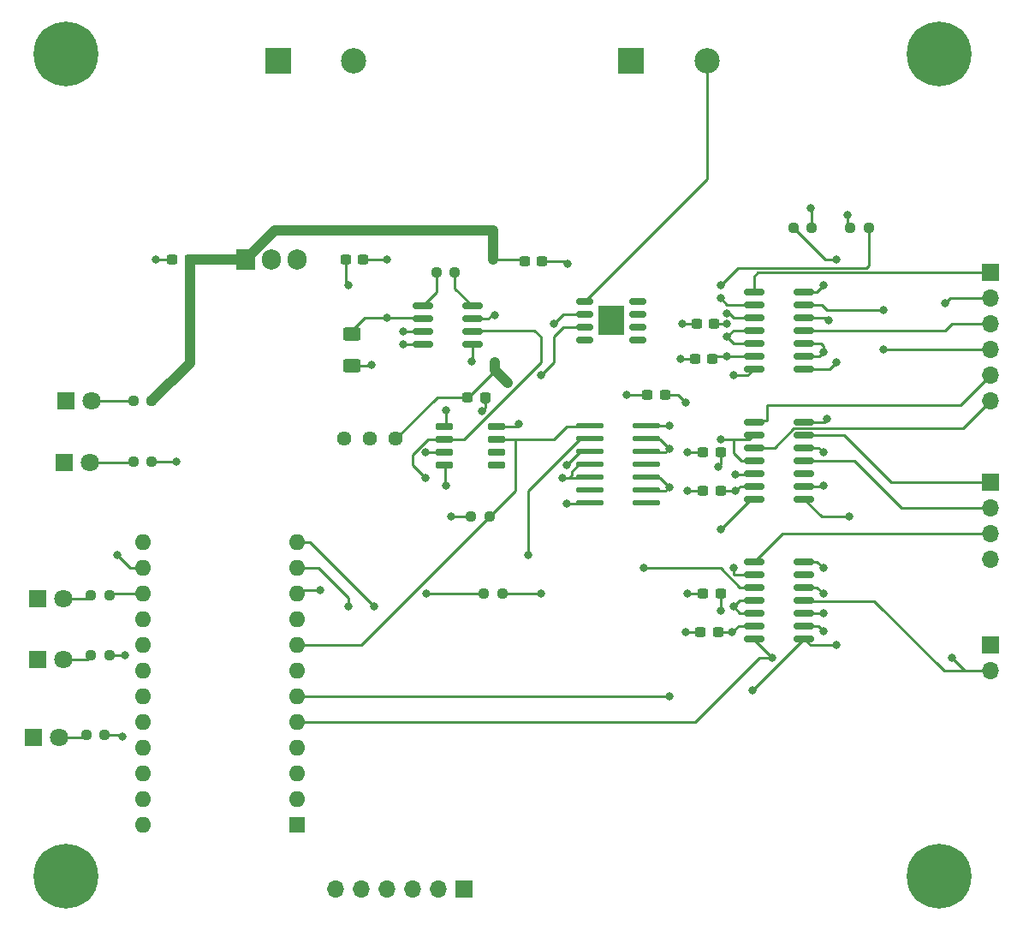
<source format=gbr>
%TF.GenerationSoftware,KiCad,Pcbnew,7.0.9-7.0.9~ubuntu22.04.1*%
%TF.CreationDate,2023-12-12T13:52:17-05:00*%
%TF.ProjectId,monitor_board,6d6f6e69-746f-4725-9f62-6f6172642e6b,rev?*%
%TF.SameCoordinates,Original*%
%TF.FileFunction,Copper,L1,Top*%
%TF.FilePolarity,Positive*%
%FSLAX46Y46*%
G04 Gerber Fmt 4.6, Leading zero omitted, Abs format (unit mm)*
G04 Created by KiCad (PCBNEW 7.0.9-7.0.9~ubuntu22.04.1) date 2023-12-12 13:52:17*
%MOMM*%
%LPD*%
G01*
G04 APERTURE LIST*
G04 Aperture macros list*
%AMRoundRect*
0 Rectangle with rounded corners*
0 $1 Rounding radius*
0 $2 $3 $4 $5 $6 $7 $8 $9 X,Y pos of 4 corners*
0 Add a 4 corners polygon primitive as box body*
4,1,4,$2,$3,$4,$5,$6,$7,$8,$9,$2,$3,0*
0 Add four circle primitives for the rounded corners*
1,1,$1+$1,$2,$3*
1,1,$1+$1,$4,$5*
1,1,$1+$1,$6,$7*
1,1,$1+$1,$8,$9*
0 Add four rect primitives between the rounded corners*
20,1,$1+$1,$2,$3,$4,$5,0*
20,1,$1+$1,$4,$5,$6,$7,0*
20,1,$1+$1,$6,$7,$8,$9,0*
20,1,$1+$1,$8,$9,$2,$3,0*%
G04 Aperture macros list end*
%TA.AperFunction,ComponentPad*%
%ADD10R,1.700000X1.700000*%
%TD*%
%TA.AperFunction,ComponentPad*%
%ADD11O,1.700000X1.700000*%
%TD*%
%TA.AperFunction,ComponentPad*%
%ADD12R,1.800000X1.800000*%
%TD*%
%TA.AperFunction,ComponentPad*%
%ADD13C,1.800000*%
%TD*%
%TA.AperFunction,SMDPad,CuDef*%
%ADD14RoundRect,0.237500X0.300000X0.237500X-0.300000X0.237500X-0.300000X-0.237500X0.300000X-0.237500X0*%
%TD*%
%TA.AperFunction,SMDPad,CuDef*%
%ADD15RoundRect,0.237500X0.250000X0.237500X-0.250000X0.237500X-0.250000X-0.237500X0.250000X-0.237500X0*%
%TD*%
%TA.AperFunction,SMDPad,CuDef*%
%ADD16RoundRect,0.237500X-0.300000X-0.237500X0.300000X-0.237500X0.300000X0.237500X-0.300000X0.237500X0*%
%TD*%
%TA.AperFunction,ComponentPad*%
%ADD17C,6.400000*%
%TD*%
%TA.AperFunction,SMDPad,CuDef*%
%ADD18RoundRect,0.237500X-0.250000X-0.237500X0.250000X-0.237500X0.250000X0.237500X-0.250000X0.237500X0*%
%TD*%
%TA.AperFunction,SMDPad,CuDef*%
%ADD19RoundRect,0.150000X-0.825000X-0.150000X0.825000X-0.150000X0.825000X0.150000X-0.825000X0.150000X0*%
%TD*%
%TA.AperFunction,SMDPad,CuDef*%
%ADD20RoundRect,0.130000X1.220000X0.130000X-1.220000X0.130000X-1.220000X-0.130000X1.220000X-0.130000X0*%
%TD*%
%TA.AperFunction,ComponentPad*%
%ADD21R,1.905000X2.000000*%
%TD*%
%TA.AperFunction,ComponentPad*%
%ADD22O,1.905000X2.000000*%
%TD*%
%TA.AperFunction,ComponentPad*%
%ADD23R,2.500000X2.500000*%
%TD*%
%TA.AperFunction,ComponentPad*%
%ADD24C,2.500000*%
%TD*%
%TA.AperFunction,ComponentPad*%
%ADD25R,1.600000X1.600000*%
%TD*%
%TA.AperFunction,ComponentPad*%
%ADD26O,1.600000X1.600000*%
%TD*%
%TA.AperFunction,SMDPad,CuDef*%
%ADD27RoundRect,0.150000X-0.675000X-0.150000X0.675000X-0.150000X0.675000X0.150000X-0.675000X0.150000X0*%
%TD*%
%TA.AperFunction,SMDPad,CuDef*%
%ADD28R,2.650000X3.000000*%
%TD*%
%TA.AperFunction,SMDPad,CuDef*%
%ADD29RoundRect,0.250000X0.625000X-0.400000X0.625000X0.400000X-0.625000X0.400000X-0.625000X-0.400000X0*%
%TD*%
%TA.AperFunction,ComponentPad*%
%ADD30C,1.440000*%
%TD*%
%TA.AperFunction,SMDPad,CuDef*%
%ADD31RoundRect,0.150000X-0.725000X-0.150000X0.725000X-0.150000X0.725000X0.150000X-0.725000X0.150000X0*%
%TD*%
%TA.AperFunction,ViaPad*%
%ADD32C,0.800000*%
%TD*%
%TA.AperFunction,Conductor*%
%ADD33C,0.250000*%
%TD*%
%TA.AperFunction,Conductor*%
%ADD34C,1.016000*%
%TD*%
G04 APERTURE END LIST*
D10*
%TO.P,J6,1,Pin_1*%
%TO.N,GND*%
X80010000Y-115570000D03*
D11*
%TO.P,J6,2,Pin_2*%
%TO.N,unconnected-(J6-Pin_2-Pad2)*%
X77470000Y-115570000D03*
%TO.P,J6,3,Pin_3*%
%TO.N,unconnected-(J6-Pin_3-Pad3)*%
X74930000Y-115570000D03*
%TO.P,J6,4,Pin_4*%
%TO.N,/RX*%
X72390000Y-115570000D03*
%TO.P,J6,5,Pin_5*%
%TO.N,/TX*%
X69850000Y-115570000D03*
%TO.P,J6,6,Pin_6*%
%TO.N,unconnected-(J6-Pin_6-Pad6)*%
X67310000Y-115570000D03*
%TD*%
D12*
%TO.P,LED3,1,K*%
%TO.N,GND*%
X37841000Y-92837000D03*
D13*
%TO.P,LED3,2,A*%
%TO.N,Net-(LED3-A)*%
X40381000Y-92837000D03*
%TD*%
D14*
%TO.P,C2,1*%
%TO.N,+5V*%
X104775000Y-59690000D03*
%TO.P,C2,2*%
%TO.N,GND*%
X103050000Y-59690000D03*
%TD*%
D12*
%TO.P,5V1,1,K*%
%TO.N,GND*%
X40513000Y-73406000D03*
D13*
%TO.P,5V1,2,A*%
%TO.N,Net-(5V1-A)*%
X43053000Y-73406000D03*
%TD*%
D15*
%TO.P,R2,1*%
%TO.N,+5V*%
X114430000Y-50165000D03*
%TO.P,R2,2*%
%TO.N,/SCL{slash}D3*%
X112605000Y-50165000D03*
%TD*%
D16*
%TO.P,C4,1*%
%TO.N,+5V*%
X68352500Y-53340000D03*
%TO.P,C4,2*%
%TO.N,GND*%
X70077500Y-53340000D03*
%TD*%
D17*
%TO.P,H8,1,1*%
%TO.N,unconnected-(H8-Pad1)*%
X127000000Y-114300000D03*
%TD*%
D12*
%TO.P,LED2,1,K*%
%TO.N,GND*%
X37460000Y-100584000D03*
D13*
%TO.P,LED2,2,A*%
%TO.N,Net-(LED2-A)*%
X40000000Y-100584000D03*
%TD*%
D14*
%TO.P,C3,1*%
%TO.N,+12V*%
X52932500Y-53340000D03*
%TO.P,C3,2*%
%TO.N,GND*%
X51207500Y-53340000D03*
%TD*%
%TO.P,C5,1*%
%TO.N,+5V*%
X105410000Y-76200000D03*
%TO.P,C5,2*%
%TO.N,GND*%
X103685000Y-76200000D03*
%TD*%
D15*
%TO.P,R8,1*%
%TO.N,+5V*%
X49149000Y-73279000D03*
%TO.P,R8,2*%
%TO.N,Net-(5V1-A)*%
X47324000Y-73279000D03*
%TD*%
D12*
%TO.P,LED1,1,K*%
%TO.N,GND*%
X37846000Y-86868000D03*
D13*
%TO.P,LED1,2,A*%
%TO.N,Net-(LED1-A)*%
X40386000Y-86868000D03*
%TD*%
D18*
%TO.P,R6,1*%
%TO.N,Net-(A1-D7)*%
X81995000Y-86360000D03*
%TO.P,R6,2*%
%TO.N,/ADC10*%
X83820000Y-86360000D03*
%TD*%
%TO.P,R3,1*%
%TO.N,+5V*%
X118240000Y-50165000D03*
%TO.P,R3,2*%
%TO.N,/SDA{slash}D2*%
X120065000Y-50165000D03*
%TD*%
D19*
%TO.P,U8,1,CH1+*%
%TO.N,/ADC8*%
X108715000Y-83185000D03*
%TO.P,U8,2,CH1-*%
%TO.N,GND*%
X108715000Y-84455000D03*
%TO.P,U8,3,CH2+*%
%TO.N,/ADC9*%
X108715000Y-85725000D03*
%TO.P,U8,4,CH2-*%
%TO.N,GND*%
X108715000Y-86995000D03*
%TO.P,U8,5,VSS*%
X108715000Y-88265000D03*
%TO.P,U8,6,VDD*%
%TO.N,+5V*%
X108715000Y-89535000D03*
%TO.P,U8,7,SDA*%
%TO.N,/SDA{slash}D2*%
X108715000Y-90805000D03*
%TO.P,U8,8,SCL*%
%TO.N,/SCL{slash}D3*%
X113665000Y-90805000D03*
%TO.P,U8,9,Adr0*%
%TO.N,GND*%
X113665000Y-89535000D03*
%TO.P,U8,10,Adr1*%
%TO.N,+5V*%
X113665000Y-88265000D03*
%TO.P,U8,11,CH3+*%
%TO.N,/ADC10*%
X113665000Y-86995000D03*
%TO.P,U8,12,CH3-*%
%TO.N,GND*%
X113665000Y-85725000D03*
%TO.P,U8,13,CH4+*%
%TO.N,/ADC11*%
X113665000Y-84455000D03*
%TO.P,U8,14,CH4-*%
%TO.N,GND*%
X113665000Y-83185000D03*
%TD*%
D14*
%TO.P,C8,1*%
%TO.N,+5V*%
X105410000Y-86360000D03*
%TO.P,C8,2*%
%TO.N,GND*%
X103685000Y-86360000D03*
%TD*%
D18*
%TO.P,R4,1*%
%TO.N,Net-(R4-Pad1)*%
X77319500Y-54610000D03*
%TO.P,R4,2*%
%TO.N,Net-(R4-Pad2)*%
X79144500Y-54610000D03*
%TD*%
D14*
%TO.P,C7,1*%
%TO.N,+5V*%
X105156000Y-90170000D03*
%TO.P,C7,2*%
%TO.N,GND*%
X103431000Y-90170000D03*
%TD*%
D17*
%TO.P,H6,1,1*%
%TO.N,unconnected-(H6-Pad1)*%
X127000000Y-33020000D03*
%TD*%
D19*
%TO.P,U1,1,CH1+*%
%TO.N,/ADC0*%
X108715000Y-56515000D03*
%TO.P,U1,2,CH1-*%
%TO.N,GND*%
X108715000Y-57785000D03*
%TO.P,U1,3,CH2+*%
%TO.N,/ADC1*%
X108715000Y-59055000D03*
%TO.P,U1,4,CH2-*%
%TO.N,GND*%
X108715000Y-60325000D03*
%TO.P,U1,5,VSS*%
X108715000Y-61595000D03*
%TO.P,U1,6,VDD*%
%TO.N,+5V*%
X108715000Y-62865000D03*
%TO.P,U1,7,SDA*%
%TO.N,/SDA{slash}D2*%
X108715000Y-64135000D03*
%TO.P,U1,8,SCL*%
%TO.N,/SCL{slash}D3*%
X113665000Y-64135000D03*
%TO.P,U1,9,Adr0*%
%TO.N,GND*%
X113665000Y-62865000D03*
%TO.P,U1,10,Adr1*%
X113665000Y-61595000D03*
%TO.P,U1,11,CH3+*%
%TO.N,/ADC2*%
X113665000Y-60325000D03*
%TO.P,U1,12,CH3-*%
%TO.N,GND*%
X113665000Y-59055000D03*
%TO.P,U1,13,CH4+*%
%TO.N,/ADC3*%
X113665000Y-57785000D03*
%TO.P,U1,14,CH4-*%
%TO.N,GND*%
X113665000Y-56515000D03*
%TD*%
D15*
%TO.P,R7,1*%
%TO.N,+12V*%
X49172500Y-67310000D03*
%TO.P,R7,2*%
%TO.N,Net-(12V1-A)*%
X47347500Y-67310000D03*
%TD*%
D20*
%TO.P,U6,1*%
%TO.N,/CH_A*%
X92444000Y-69723000D03*
%TO.P,U6,2*%
%TO.N,/IN_ADR*%
X92444000Y-70993000D03*
%TO.P,U6,3*%
%TO.N,Net-(Q1-G)*%
X92444000Y-72263000D03*
%TO.P,U6,4*%
%TO.N,GND*%
X92444000Y-73533000D03*
%TO.P,U6,5*%
X92444000Y-74803000D03*
%TO.P,U6,6*%
%TO.N,unconnected-(U6-Pad6)*%
X92444000Y-76073000D03*
%TO.P,U6,7,GND*%
%TO.N,GND*%
X92444000Y-77343000D03*
%TO.P,U6,8*%
%TO.N,unconnected-(U6-Pad8)*%
X98044000Y-77343000D03*
%TO.P,U6,9*%
%TO.N,GND*%
X98044000Y-76073000D03*
%TO.P,U6,10*%
X98044000Y-74803000D03*
%TO.P,U6,11*%
%TO.N,unconnected-(U6-Pad11)*%
X98044000Y-73533000D03*
%TO.P,U6,12*%
%TO.N,GND*%
X98044000Y-72263000D03*
%TO.P,U6,13*%
X98044000Y-70993000D03*
%TO.P,U6,14,VCC*%
%TO.N,+5V*%
X98044000Y-69723000D03*
%TD*%
D15*
%TO.P,R10,1*%
%TO.N,Net-(A1-D6)*%
X44958000Y-92456000D03*
%TO.P,R10,2*%
%TO.N,Net-(LED3-A)*%
X43133000Y-92456000D03*
%TD*%
D12*
%TO.P,12V1,1,K*%
%TO.N,GND*%
X40640000Y-67310000D03*
D13*
%TO.P,12V1,2,A*%
%TO.N,Net-(12V1-A)*%
X43180000Y-67310000D03*
%TD*%
D10*
%TO.P,J1,1,Pin_1*%
%TO.N,/ADC6*%
X132080000Y-75311000D03*
D11*
%TO.P,J1,2,Pin_2*%
%TO.N,/ADC7*%
X132080000Y-77851000D03*
%TO.P,J1,3,Pin_3*%
%TO.N,/ADC8*%
X132080000Y-80391000D03*
%TO.P,J1,4,Pin_4*%
%TO.N,GND*%
X132080000Y-82931000D03*
%TD*%
D21*
%TO.P,U3,1,VI*%
%TO.N,+12V*%
X58420000Y-53340000D03*
D22*
%TO.P,U3,2,GND*%
%TO.N,GND*%
X60960000Y-53340000D03*
%TO.P,U3,3,VO*%
%TO.N,+5V*%
X63500000Y-53340000D03*
%TD*%
D16*
%TO.P,C10,1*%
%TO.N,+12V*%
X80417500Y-66929000D03*
%TO.P,C10,2*%
%TO.N,GND*%
X82142500Y-66929000D03*
%TD*%
D14*
%TO.P,C1,1*%
%TO.N,+5V*%
X104595000Y-63119000D03*
%TO.P,C1,2*%
%TO.N,GND*%
X102870000Y-63119000D03*
%TD*%
D23*
%TO.P,J2,1,Pin_1*%
%TO.N,GND*%
X96580000Y-33655000D03*
D24*
%TO.P,J2,2,Pin_2*%
%TO.N,Net-(J2-Pin_2)*%
X104080000Y-33655000D03*
%TD*%
D10*
%TO.P,J5,1,Pin_1*%
%TO.N,GND*%
X132080000Y-91440000D03*
D11*
%TO.P,J5,2,Pin_2*%
%TO.N,/ADC10*%
X132080000Y-93980000D03*
%TD*%
D14*
%TO.P,C6,1*%
%TO.N,+5V*%
X105410000Y-72390000D03*
%TO.P,C6,2*%
%TO.N,GND*%
X103685000Y-72390000D03*
%TD*%
%TO.P,C11,1*%
%TO.N,GND*%
X99922500Y-66675000D03*
%TO.P,C11,2*%
%TO.N,+5V*%
X98197500Y-66675000D03*
%TD*%
D16*
%TO.P,C9,1*%
%TO.N,+12V*%
X86032000Y-53467000D03*
%TO.P,C9,2*%
%TO.N,GND*%
X87757000Y-53467000D03*
%TD*%
D25*
%TO.P,A1,1,D1/TX*%
%TO.N,unconnected-(A1-D1{slash}TX-Pad1)*%
X63505000Y-109225000D03*
D26*
%TO.P,A1,2,D0/RX*%
%TO.N,unconnected-(A1-D0{slash}RX-Pad2)*%
X63505000Y-106685000D03*
%TO.P,A1,3,GND*%
%TO.N,unconnected-(A1-GND-Pad3)*%
X63505000Y-104145000D03*
%TO.P,A1,4,GND*%
%TO.N,GND*%
X63505000Y-101605000D03*
%TO.P,A1,5,D2*%
%TO.N,/SDA{slash}D2*%
X63505000Y-99065000D03*
%TO.P,A1,6,D3*%
%TO.N,/SCL{slash}D3*%
X63505000Y-96525000D03*
%TO.P,A1,7,D4*%
%TO.N,Net-(A1-D4)*%
X63505000Y-93985000D03*
%TO.P,A1,8,D5*%
%TO.N,/CH_A*%
X63505000Y-91445000D03*
%TO.P,A1,9,D6*%
%TO.N,Net-(A1-D6)*%
X63505000Y-88905000D03*
%TO.P,A1,10,D7*%
%TO.N,Net-(A1-D7)*%
X63505000Y-86365000D03*
%TO.P,A1,11,D8*%
%TO.N,/TX*%
X63505000Y-83825000D03*
%TO.P,A1,12,D9*%
%TO.N,/RX*%
X63505000Y-81285000D03*
%TO.P,A1,13,D10*%
%TO.N,unconnected-(A1-D10-Pad13)*%
X48265000Y-81285000D03*
%TO.P,A1,14,D16*%
%TO.N,/IN_ADR*%
X48265000Y-83825000D03*
%TO.P,A1,15,D14*%
%TO.N,Net-(A1-D14)*%
X48265000Y-86365000D03*
%TO.P,A1,16,D15*%
%TO.N,unconnected-(A1-D15-Pad16)*%
X48265000Y-88905000D03*
%TO.P,A1,17,A0*%
%TO.N,unconnected-(A1-A0-Pad17)*%
X48265000Y-91445000D03*
%TO.P,A1,18,A1*%
%TO.N,unconnected-(A1-A1-Pad18)*%
X48265000Y-93985000D03*
%TO.P,A1,19,A2*%
%TO.N,unconnected-(A1-A2-Pad19)*%
X48265000Y-96525000D03*
%TO.P,A1,20,A3*%
%TO.N,unconnected-(A1-A3-Pad20)*%
X48265000Y-99065000D03*
%TO.P,A1,21,+5V*%
%TO.N,+5V*%
X48265000Y-101605000D03*
%TO.P,A1,22,~{RESET}*%
%TO.N,unconnected-(A1-~{RESET}-Pad22)*%
X48265000Y-104145000D03*
%TO.P,A1,23,GND*%
%TO.N,GND*%
X48265000Y-106685000D03*
%TO.P,A1,24*%
%TO.N,N/C*%
X48265000Y-109225000D03*
%TD*%
D18*
%TO.P,R5,1*%
%TO.N,+5V*%
X80725000Y-78740000D03*
%TO.P,R5,2*%
%TO.N,/CH_A*%
X82550000Y-78740000D03*
%TD*%
D23*
%TO.P,J4,1,Pin_1*%
%TO.N,GND*%
X61655000Y-33655000D03*
D24*
%TO.P,J4,2,Pin_2*%
%TO.N,+12V*%
X69155000Y-33655000D03*
%TD*%
D27*
%TO.P,Q1,1,D*%
%TO.N,Net-(J2-Pin_2)*%
X91990000Y-57460000D03*
%TO.P,Q1,2,G*%
%TO.N,Net-(Q1-G)*%
X91990000Y-58730000D03*
%TO.P,Q1,3,S*%
%TO.N,/RT0*%
X91990000Y-60000000D03*
%TO.P,Q1,4*%
%TO.N,N/C*%
X91990000Y-61270000D03*
%TO.P,Q1,5*%
X97240000Y-61270000D03*
%TO.P,Q1,6*%
X97240000Y-60000000D03*
%TO.P,Q1,7*%
X97240000Y-58730000D03*
%TO.P,Q1,8*%
X97240000Y-57460000D03*
D28*
%TO.P,Q1,9*%
X94615000Y-59365000D03*
%TD*%
D29*
%TO.P,R1,1*%
%TO.N,+5V*%
X68961000Y-63780000D03*
%TO.P,R1,2*%
%TO.N,/RT0*%
X68961000Y-60680000D03*
%TD*%
D19*
%TO.P,U5,1,CH1+*%
%TO.N,/ADC4*%
X108715000Y-69365000D03*
%TO.P,U5,2,CH1-*%
%TO.N,GND*%
X108715000Y-70635000D03*
%TO.P,U5,3,CH2+*%
%TO.N,/ADC5*%
X108715000Y-71905000D03*
%TO.P,U5,4,CH2-*%
%TO.N,GND*%
X108715000Y-73175000D03*
%TO.P,U5,5,VSS*%
X108715000Y-74445000D03*
%TO.P,U5,6,VDD*%
%TO.N,+5V*%
X108715000Y-75715000D03*
%TO.P,U5,7,SDA*%
%TO.N,/SDA{slash}D2*%
X108715000Y-76985000D03*
%TO.P,U5,8,SCL*%
%TO.N,/SCL{slash}D3*%
X113665000Y-76985000D03*
%TO.P,U5,9,Adr0*%
%TO.N,GND*%
X113665000Y-75715000D03*
%TO.P,U5,10,Adr1*%
%TO.N,unconnected-(U5-Adr1-Pad10)*%
X113665000Y-74445000D03*
%TO.P,U5,11,CH3+*%
%TO.N,/ADC7*%
X113665000Y-73175000D03*
%TO.P,U5,12,CH3-*%
%TO.N,GND*%
X113665000Y-71905000D03*
%TO.P,U5,13,CH4+*%
%TO.N,/ADC6*%
X113665000Y-70635000D03*
%TO.P,U5,14,CH4-*%
%TO.N,GND*%
X113665000Y-69365000D03*
%TD*%
D17*
%TO.P,H5,1,1*%
%TO.N,unconnected-(H5-Pad1)*%
X40640000Y-33020000D03*
%TD*%
%TO.P,H7,1,1*%
%TO.N,unconnected-(H7-Pad1)*%
X40640000Y-114300000D03*
%TD*%
D18*
%TO.P,R9,1*%
%TO.N,Net-(LED1-A)*%
X43133000Y-86487000D03*
%TO.P,R9,2*%
%TO.N,Net-(A1-D14)*%
X44958000Y-86487000D03*
%TD*%
D19*
%TO.P,U2,1,Rg*%
%TO.N,Net-(R4-Pad1)*%
X75946000Y-57912000D03*
%TO.P,U2,2,-*%
%TO.N,/RT0*%
X75946000Y-59182000D03*
%TO.P,U2,3,+*%
%TO.N,+5V*%
X75946000Y-60452000D03*
%TO.P,U2,4,Vs-*%
%TO.N,GND*%
X75946000Y-61722000D03*
%TO.P,U2,5,Ref*%
X80896000Y-61722000D03*
%TO.P,U2,6*%
%TO.N,/ADC9*%
X80896000Y-60452000D03*
%TO.P,U2,7,Vs+*%
%TO.N,+12V*%
X80896000Y-59182000D03*
%TO.P,U2,8,Rg*%
%TO.N,Net-(R4-Pad2)*%
X80896000Y-57912000D03*
%TD*%
D15*
%TO.P,R11,1*%
%TO.N,Net-(A1-D4)*%
X44497000Y-100330000D03*
%TO.P,R11,2*%
%TO.N,Net-(LED2-A)*%
X42672000Y-100330000D03*
%TD*%
D10*
%TO.P,J3,1,Pin_1*%
%TO.N,/ADC0*%
X132080000Y-54610000D03*
D11*
%TO.P,J3,2,Pin_2*%
%TO.N,/ADC1*%
X132080000Y-57150000D03*
%TO.P,J3,3,Pin_3*%
%TO.N,/ADC2*%
X132080000Y-59690000D03*
%TO.P,J3,4,Pin_4*%
%TO.N,/ADC3*%
X132080000Y-62230000D03*
%TO.P,J3,5,Pin_5*%
%TO.N,/ADC4*%
X132080000Y-64770000D03*
%TO.P,J3,6,Pin_6*%
%TO.N,/ADC5*%
X132080000Y-67310000D03*
%TD*%
D30*
%TO.P,RV1,1,1*%
%TO.N,+12V*%
X73279000Y-71045000D03*
%TO.P,RV1,2,2*%
%TO.N,Net-(U4--)*%
X70739000Y-71045000D03*
%TO.P,RV1,3,3*%
%TO.N,GND*%
X68199000Y-71045000D03*
%TD*%
D31*
%TO.P,U4,1,GND*%
%TO.N,GND*%
X78070000Y-69850000D03*
%TO.P,U4,2,+*%
%TO.N,/ADC9*%
X78070000Y-71120000D03*
%TO.P,U4,3,-*%
%TO.N,Net-(U4--)*%
X78070000Y-72390000D03*
%TO.P,U4,4,V-*%
%TO.N,GND*%
X78070000Y-73660000D03*
%TO.P,U4,5,BAL*%
%TO.N,unconnected-(U4-BAL-Pad5)*%
X83220000Y-73660000D03*
%TO.P,U4,6,STRB*%
%TO.N,unconnected-(U4-STRB-Pad6)*%
X83220000Y-72390000D03*
%TO.P,U4,7*%
%TO.N,/CH_A*%
X83220000Y-71120000D03*
%TO.P,U4,8,V+*%
%TO.N,+12V*%
X83220000Y-69850000D03*
%TD*%
D32*
%TO.N,/TX*%
X68580000Y-87630000D03*
%TO.N,/RX*%
X71120000Y-87630000D03*
%TO.N,GND*%
X78232000Y-68199000D03*
X101981000Y-90170000D03*
X102108000Y-76200000D03*
X101600000Y-59690000D03*
X100330000Y-75819000D03*
X115570000Y-90043000D03*
X89789000Y-74930000D03*
X115570000Y-86360000D03*
X106045500Y-60960000D03*
X116115500Y-59309000D03*
X72390000Y-53340000D03*
X90297000Y-53721000D03*
X90170000Y-77470000D03*
X105410000Y-71120000D03*
X115570000Y-55880000D03*
X100330000Y-72009000D03*
X115570000Y-72390000D03*
X78232000Y-75654500D03*
X106680000Y-83820000D03*
X101473000Y-63119000D03*
X81847201Y-68258201D03*
X106896500Y-74549000D03*
X115570000Y-62484000D03*
X105410000Y-57150000D03*
X101981000Y-67437000D03*
X115570000Y-83820000D03*
X115951000Y-69088000D03*
X106680000Y-87630000D03*
X102108000Y-72390000D03*
X102108000Y-86360000D03*
X80772000Y-63373000D03*
X115570000Y-75692000D03*
X74041000Y-61722000D03*
X49530000Y-53340000D03*
%TO.N,/SDA{slash}D2*%
X106680000Y-64770000D03*
X105410000Y-80010000D03*
X110490000Y-92710000D03*
X105410000Y-55880000D03*
%TO.N,/SCL{slash}D3*%
X108585000Y-95885000D03*
X118110000Y-78740000D03*
X116840000Y-53340000D03*
X116840000Y-91440000D03*
X116840000Y-63500000D03*
X100330000Y-96520000D03*
%TO.N,Net-(A1-D4)*%
X46228000Y-100457000D03*
%TO.N,Net-(A1-D6)*%
X46482000Y-92456000D03*
%TO.N,Net-(A1-D7)*%
X65786000Y-85979000D03*
X76327000Y-86360000D03*
%TO.N,/IN_ADR*%
X45720000Y-82550000D03*
X86360000Y-82550000D03*
%TO.N,+5V*%
X106896500Y-76200000D03*
X74041000Y-60452000D03*
X96139000Y-66675000D03*
X106045000Y-59690000D03*
X105156000Y-73787000D03*
X78740000Y-78740000D03*
X106045000Y-62865000D03*
X117983000Y-48895000D03*
X105410000Y-88011000D03*
X114300000Y-48260000D03*
X106553000Y-90170000D03*
X51562000Y-73279000D03*
X100330000Y-69723000D03*
X70866000Y-63754000D03*
X68580000Y-55880000D03*
X115570000Y-88265000D03*
%TO.N,+12V*%
X84328000Y-65494500D03*
X83058000Y-58801000D03*
X82931000Y-53340000D03*
X85471000Y-69596000D03*
X83058000Y-63500000D03*
%TO.N,/ADC1*%
X127635000Y-57658000D03*
X106045500Y-58674000D03*
%TO.N,/ADC3*%
X121539000Y-62230000D03*
X121539000Y-58293000D03*
%TO.N,/ADC10*%
X128270000Y-92710000D03*
X87630000Y-86360000D03*
%TO.N,Net-(Q1-G)*%
X88900000Y-59690000D03*
X90170000Y-73660000D03*
%TO.N,/RT0*%
X87630000Y-64770000D03*
X72390000Y-59055000D03*
%TO.N,Net-(U4--)*%
X76200000Y-72390000D03*
%TO.N,/ADC9*%
X76200000Y-74930000D03*
X97790000Y-83820000D03*
%TD*%
D33*
%TO.N,/TX*%
X63505000Y-83825000D02*
X65626321Y-83825000D01*
X65626321Y-83825000D02*
X68580000Y-86778679D01*
X68580000Y-86778679D02*
X68580000Y-87630000D01*
%TO.N,/RX*%
X63505000Y-81285000D02*
X64775000Y-81285000D01*
X64775000Y-81285000D02*
X71120000Y-87630000D01*
%TO.N,/SCL{slash}D3*%
X63505000Y-96525000D02*
X100325000Y-96525000D01*
X100325000Y-96525000D02*
X100330000Y-96520000D01*
%TO.N,/SDA{slash}D2*%
X63505000Y-99065000D02*
X102865000Y-99065000D01*
X102865000Y-99065000D02*
X109220000Y-92710000D01*
X109220000Y-92710000D02*
X110490000Y-92710000D01*
%TO.N,GND*%
X115570000Y-62484000D02*
X115570000Y-61849000D01*
X80896000Y-63249000D02*
X80772000Y-63373000D01*
X103685000Y-90170000D02*
X101981000Y-90170000D01*
X106045000Y-57785000D02*
X105410000Y-57150000D01*
X78232000Y-68199000D02*
X78232000Y-69788000D01*
X92205000Y-77470000D02*
X90170000Y-77470000D01*
X103685000Y-76200000D02*
X102108000Y-76200000D01*
X90678000Y-74295000D02*
X91313000Y-73660000D01*
X97155000Y-76200000D02*
X98679000Y-76200000D01*
X115085000Y-71905000D02*
X115570000Y-72390000D01*
X101219000Y-66675000D02*
X101981000Y-67437000D01*
X78170000Y-73660000D02*
X78170000Y-75592500D01*
X99949000Y-72390000D02*
X100330000Y-72009000D01*
X106681396Y-84455000D02*
X106680000Y-84453604D01*
X98050000Y-76200000D02*
X99949000Y-76200000D01*
X98050000Y-72390000D02*
X99949000Y-72390000D01*
X113665000Y-69365000D02*
X115674000Y-69365000D01*
X106727500Y-71167500D02*
X106680000Y-71120000D01*
X82169000Y-67936402D02*
X81847201Y-68258201D01*
X113665000Y-75715000D02*
X115547000Y-75715000D01*
X106727500Y-72437500D02*
X106727500Y-71167500D01*
X114935000Y-83185000D02*
X115570000Y-83820000D01*
X97155000Y-71120000D02*
X98679000Y-71120000D01*
X115547000Y-75715000D02*
X115570000Y-75692000D01*
X87757000Y-53467000D02*
X90043000Y-53467000D01*
X114935000Y-85725000D02*
X115570000Y-86360000D01*
X106680500Y-60325000D02*
X106045500Y-60960000D01*
X103050000Y-59690000D02*
X101600000Y-59690000D01*
X102870000Y-63119000D02*
X101473000Y-63119000D01*
X97917000Y-71120000D02*
X97155000Y-71120000D01*
X78170000Y-75592500D02*
X78232000Y-75654500D01*
X113665000Y-89535000D02*
X115062000Y-89535000D01*
X115189000Y-62865000D02*
X115570000Y-62484000D01*
X108715000Y-74445000D02*
X108611000Y-74549000D01*
X91313000Y-73660000D02*
X92205000Y-73660000D01*
X99922500Y-66675000D02*
X101219000Y-66675000D01*
X113665000Y-71905000D02*
X115085000Y-71905000D01*
X108715000Y-73175000D02*
X107465000Y-73175000D01*
X108715000Y-57785000D02*
X106045000Y-57785000D01*
X82169000Y-66929000D02*
X82169000Y-67936402D01*
X115674000Y-69365000D02*
X115951000Y-69088000D01*
X113665000Y-56515000D02*
X113288249Y-56515000D01*
X108715000Y-86995000D02*
X107315000Y-86995000D01*
X108715000Y-88265000D02*
X107315000Y-88265000D01*
X113665000Y-69365000D02*
X113840000Y-69540000D01*
X97155000Y-74930000D02*
X98679000Y-74930000D01*
X115861500Y-59055000D02*
X116115500Y-59309000D01*
X107315000Y-86995000D02*
X106680000Y-87630000D01*
X113665000Y-62865000D02*
X115189000Y-62865000D01*
X90421000Y-74930000D02*
X90678000Y-74673000D01*
X99441000Y-71120000D02*
X98050000Y-71120000D01*
X90043000Y-53467000D02*
X90297000Y-53721000D01*
X89789000Y-74930000D02*
X90421000Y-74930000D01*
X107465000Y-73175000D02*
X106727500Y-72437500D01*
X100330000Y-72009000D02*
X99441000Y-71120000D01*
X108230000Y-71120000D02*
X106680000Y-71120000D01*
X70077500Y-53340000D02*
X72390000Y-53340000D01*
X103685000Y-72390000D02*
X102108000Y-72390000D01*
X108715000Y-60325000D02*
X106680500Y-60325000D01*
X99441000Y-74930000D02*
X100330000Y-75819000D01*
X97155000Y-72390000D02*
X98679000Y-72390000D01*
X80896000Y-61722000D02*
X80896000Y-63249000D01*
X115316000Y-61595000D02*
X113665000Y-61595000D01*
X108611000Y-74549000D02*
X106896500Y-74549000D01*
X114935000Y-56515000D02*
X115570000Y-55880000D01*
X113665000Y-83185000D02*
X114935000Y-83185000D01*
X78232000Y-69788000D02*
X78170000Y-69850000D01*
D34*
X82169000Y-66929000D02*
X82169000Y-67078639D01*
D33*
X108715000Y-61595000D02*
X106680500Y-61595000D01*
X115570000Y-61849000D02*
X115316000Y-61595000D01*
X98050000Y-74930000D02*
X99441000Y-74930000D01*
X92205000Y-74930000D02*
X89789000Y-74930000D01*
X106680000Y-84453604D02*
X106680000Y-83820000D01*
X106680000Y-71120000D02*
X105410000Y-71120000D01*
X115062000Y-89535000D02*
X115570000Y-90043000D01*
X108715000Y-84455000D02*
X106681396Y-84455000D01*
X113665000Y-69365000D02*
X113815000Y-69215000D01*
X99949000Y-76200000D02*
X100330000Y-75819000D01*
X107315000Y-88265000D02*
X106680000Y-87630000D01*
X113665000Y-85725000D02*
X114935000Y-85725000D01*
X113665000Y-56515000D02*
X114935000Y-56515000D01*
X90678000Y-74673000D02*
X90678000Y-74295000D01*
X106680500Y-61595000D02*
X106045500Y-60960000D01*
X108715000Y-60325000D02*
X108338249Y-60325000D01*
X103685000Y-86360000D02*
X102108000Y-86360000D01*
X51207500Y-53340000D02*
X49530000Y-53340000D01*
X75946000Y-61722000D02*
X74041000Y-61722000D01*
X108715000Y-70635000D02*
X108230000Y-71120000D01*
X113665000Y-59055000D02*
X115861500Y-59055000D01*
%TO.N,/SDA{slash}D2*%
X106680000Y-64770000D02*
X108080000Y-64770000D01*
X108435000Y-76985000D02*
X105410000Y-80010000D01*
X108715000Y-90935000D02*
X108715000Y-90805000D01*
X108080000Y-64770000D02*
X108715000Y-64135000D01*
X120065000Y-53925000D02*
X119830000Y-54160000D01*
X110490000Y-92710000D02*
X108715000Y-90935000D01*
X119830000Y-54160000D02*
X107130000Y-54160000D01*
X107130000Y-54160000D02*
X105410000Y-55880000D01*
X108715000Y-76985000D02*
X108435000Y-76985000D01*
X120065000Y-50165000D02*
X120065000Y-53925000D01*
%TO.N,/SCL{slash}D3*%
X116840000Y-91440000D02*
X114300000Y-91440000D01*
X116840000Y-63500000D02*
X116205000Y-64135000D01*
X115780000Y-53340000D02*
X116840000Y-53340000D01*
X113665000Y-76985000D02*
X115420000Y-78740000D01*
X112605000Y-50165000D02*
X112605000Y-50375000D01*
X116205000Y-64135000D02*
X113665000Y-64135000D01*
X112605000Y-50165000D02*
X115780000Y-53340000D01*
X115420000Y-78740000D02*
X118110000Y-78740000D01*
X114300000Y-91440000D02*
X113665000Y-90805000D01*
X113665000Y-90805000D02*
X108585000Y-95885000D01*
%TO.N,Net-(A1-D4)*%
X63637000Y-93853000D02*
X63505000Y-93985000D01*
X44497000Y-100330000D02*
X46101000Y-100330000D01*
X46101000Y-100330000D02*
X46228000Y-100457000D01*
%TO.N,/CH_A*%
X69845000Y-91445000D02*
X63505000Y-91445000D01*
X83120000Y-71120000D02*
X85090000Y-71120000D01*
X82550000Y-78740000D02*
X85090000Y-76200000D01*
X85090000Y-76200000D02*
X85090000Y-71120000D01*
X90170000Y-69850000D02*
X92317000Y-69850000D01*
X82550000Y-78740000D02*
X69845000Y-91445000D01*
X85090000Y-71120000D02*
X88900000Y-71120000D01*
X88900000Y-71120000D02*
X90170000Y-69850000D01*
X92317000Y-69850000D02*
X92444000Y-69723000D01*
%TO.N,Net-(A1-D6)*%
X46482000Y-92456000D02*
X44958000Y-92456000D01*
%TO.N,Net-(A1-D7)*%
X76200000Y-86360000D02*
X76327000Y-86360000D01*
X65786000Y-85979000D02*
X63891000Y-85979000D01*
X76200000Y-86360000D02*
X81995000Y-86360000D01*
X63891000Y-85979000D02*
X63505000Y-86365000D01*
%TO.N,/IN_ADR*%
X92450000Y-71120000D02*
X91452994Y-71120000D01*
X46995000Y-83825000D02*
X48265000Y-83825000D01*
X45720000Y-82550000D02*
X46995000Y-83825000D01*
X91452995Y-71120000D02*
X91382997Y-71189997D01*
X91382997Y-71189997D02*
X86360000Y-76212995D01*
X92205000Y-71120000D02*
X91452995Y-71120000D01*
X86360000Y-76212995D02*
X86360000Y-82550000D01*
X92444000Y-70993000D02*
X91579995Y-70993000D01*
X91579995Y-70993000D02*
X91452995Y-71120000D01*
X91452994Y-71120000D02*
X91382997Y-71189997D01*
%TO.N,Net-(A1-D14)*%
X45080000Y-86365000D02*
X48265000Y-86365000D01*
X44958000Y-86487000D02*
X45080000Y-86365000D01*
%TO.N,+5V*%
X108715000Y-62865000D02*
X106045000Y-62865000D01*
X108715000Y-89535000D02*
X107188000Y-89535000D01*
X114430000Y-48390000D02*
X114300000Y-48260000D01*
X104775000Y-59690000D02*
X106045000Y-59690000D01*
X68352500Y-53340000D02*
X68352500Y-55652500D01*
X98044000Y-69723000D02*
X100330000Y-69723000D01*
X107381500Y-75715000D02*
X106896500Y-76200000D01*
X105410000Y-73533000D02*
X105156000Y-73787000D01*
X107188000Y-89535000D02*
X106553000Y-90170000D01*
X105410000Y-76200000D02*
X106896500Y-76200000D01*
X105410000Y-72390000D02*
X105410000Y-73533000D01*
X117983000Y-48895000D02*
X117983000Y-49908000D01*
X49149000Y-73279000D02*
X51562000Y-73279000D01*
X104595000Y-62865000D02*
X106045000Y-62865000D01*
X105410000Y-90170000D02*
X106553000Y-90170000D01*
X68860000Y-63500000D02*
X68580000Y-63780000D01*
X105410000Y-86360000D02*
X105410000Y-88011000D01*
X80725000Y-78740000D02*
X78740000Y-78740000D01*
X108715000Y-75715000D02*
X107381500Y-75715000D01*
X70840000Y-63780000D02*
X70866000Y-63754000D01*
X68961000Y-63780000D02*
X70840000Y-63780000D01*
X98197500Y-66675000D02*
X96139000Y-66675000D01*
X113665000Y-88265000D02*
X115570000Y-88265000D01*
X114430000Y-50165000D02*
X114430000Y-48390000D01*
X75946000Y-60452000D02*
X74041000Y-60452000D01*
X68352500Y-55652500D02*
X68580000Y-55880000D01*
X117983000Y-49908000D02*
X118240000Y-50165000D01*
%TO.N,+12V*%
X82804000Y-58801000D02*
X82423000Y-59182000D01*
X83058000Y-63500000D02*
X83058000Y-64315000D01*
D34*
X81915000Y-50419000D02*
X82931000Y-50419000D01*
D33*
X85217000Y-69850000D02*
X85471000Y-69596000D01*
D34*
X83058000Y-64224500D02*
X84328000Y-65494500D01*
D33*
X83058000Y-64315000D02*
X80444000Y-66929000D01*
D34*
X83058000Y-63500000D02*
X83058000Y-64224500D01*
D33*
X80444000Y-66929000D02*
X77395000Y-66929000D01*
D34*
X52932500Y-53340000D02*
X52932500Y-63550000D01*
X82931000Y-50419000D02*
X82931000Y-53340000D01*
X52932500Y-53340000D02*
X58420000Y-53340000D01*
D33*
X83058000Y-58801000D02*
X82804000Y-58801000D01*
D34*
X61341000Y-50419000D02*
X81915000Y-50419000D01*
D33*
X83120000Y-69850000D02*
X85217000Y-69850000D01*
D34*
X61341000Y-50419000D02*
X58420000Y-53340000D01*
D33*
X85905000Y-53340000D02*
X86032000Y-53467000D01*
X82423000Y-59182000D02*
X80896000Y-59182000D01*
X77395000Y-66929000D02*
X73279000Y-71045000D01*
X82931000Y-53340000D02*
X85905000Y-53340000D01*
D34*
X52932500Y-63550000D02*
X49172500Y-67310000D01*
D33*
%TO.N,/ADC6*%
X113665000Y-70635000D02*
X117625000Y-70635000D01*
X122301000Y-75311000D02*
X132080000Y-75311000D01*
X117625000Y-70635000D02*
X122301000Y-75311000D01*
%TO.N,/ADC7*%
X113665000Y-73175000D02*
X118641000Y-73175000D01*
X118641000Y-73175000D02*
X123317000Y-77851000D01*
X123317000Y-77851000D02*
X132080000Y-77851000D01*
%TO.N,/ADC8*%
X111509000Y-80391000D02*
X132080000Y-80391000D01*
X108715000Y-83185000D02*
X111509000Y-80391000D01*
%TO.N,/ADC0*%
X108715000Y-54988000D02*
X109093000Y-54610000D01*
X109093000Y-54610000D02*
X132080000Y-54610000D01*
X108715000Y-56515000D02*
X108715000Y-54988000D01*
%TO.N,/ADC1*%
X106680000Y-59055000D02*
X106299000Y-58674000D01*
X127635000Y-57658000D02*
X128143000Y-57150000D01*
X106299000Y-58674000D02*
X106045500Y-58674000D01*
X108715000Y-59055000D02*
X106680000Y-59055000D01*
X128143000Y-57150000D02*
X132080000Y-57150000D01*
%TO.N,/ADC2*%
X127635000Y-60325000D02*
X128270000Y-59690000D01*
X113665000Y-60325000D02*
X127635000Y-60325000D01*
X128270000Y-59690000D02*
X132080000Y-59690000D01*
%TO.N,/ADC3*%
X115443000Y-57785000D02*
X115978344Y-58320344D01*
X113665000Y-57785000D02*
X115443000Y-57785000D01*
X115978344Y-58320344D02*
X121511656Y-58320344D01*
X121511656Y-58320344D02*
X121539000Y-58293000D01*
X121539000Y-62230000D02*
X132080000Y-62230000D01*
%TO.N,/ADC4*%
X109982000Y-67691000D02*
X129159000Y-67691000D01*
X129159000Y-67691000D02*
X132080000Y-64770000D01*
X108865000Y-69215000D02*
X108715000Y-69365000D01*
X109982000Y-69215000D02*
X108865000Y-69215000D01*
X109982000Y-69215000D02*
X109982000Y-67691000D01*
%TO.N,/ADC5*%
X110748249Y-71905000D02*
X112663249Y-69990000D01*
X108715000Y-71905000D02*
X110748249Y-71905000D01*
X129400000Y-69990000D02*
X132080000Y-67310000D01*
X112663249Y-69990000D02*
X129400000Y-69990000D01*
%TO.N,/ADC10*%
X127508000Y-93980000D02*
X132080000Y-93980000D01*
X83820000Y-86360000D02*
X87630000Y-86360000D01*
X129540000Y-93980000D02*
X132080000Y-93980000D01*
X113665000Y-86995000D02*
X114041751Y-86995000D01*
X113665000Y-86995000D02*
X113755000Y-87085000D01*
X113755000Y-87085000D02*
X120613000Y-87085000D01*
X128270000Y-92710000D02*
X129540000Y-93980000D01*
X120613000Y-87085000D02*
X127508000Y-93980000D01*
%TO.N,Net-(Q1-G)*%
X91115000Y-58730000D02*
X89860000Y-58730000D01*
X91567000Y-72263000D02*
X91186000Y-72644000D01*
X91440000Y-72390000D02*
X91186000Y-72644000D01*
X91186000Y-72644000D02*
X90170000Y-73660000D01*
X89860000Y-58730000D02*
X88900000Y-59690000D01*
X92450000Y-72390000D02*
X91440000Y-72390000D01*
X92444000Y-72263000D02*
X91567000Y-72263000D01*
%TO.N,/RT0*%
X88900000Y-60960000D02*
X88900000Y-62230000D01*
X89860000Y-60000000D02*
X88900000Y-60960000D01*
X75819000Y-59055000D02*
X75946000Y-59182000D01*
X88900000Y-63500000D02*
X87630000Y-64770000D01*
X72390000Y-59055000D02*
X75819000Y-59055000D01*
X68580000Y-60680000D02*
X70205000Y-59055000D01*
X70205000Y-59055000D02*
X72390000Y-59055000D01*
X91115000Y-60000000D02*
X89860000Y-60000000D01*
X88900000Y-62230000D02*
X88900000Y-63500000D01*
%TO.N,Net-(R4-Pad1)*%
X77319500Y-54610000D02*
X77319500Y-56538500D01*
X77319500Y-56538500D02*
X75946000Y-57912000D01*
%TO.N,Net-(R4-Pad2)*%
X79144500Y-56160500D02*
X80896000Y-57912000D01*
X79144500Y-54610000D02*
X79144500Y-56160500D01*
%TO.N,Net-(U4--)*%
X78170000Y-72390000D02*
X76200000Y-72390000D01*
%TO.N,Net-(5V1-A)*%
X43053000Y-73406000D02*
X47197000Y-73406000D01*
X47197000Y-73406000D02*
X47324000Y-73279000D01*
%TO.N,Net-(12V1-A)*%
X43180000Y-67310000D02*
X47347500Y-67310000D01*
%TO.N,Net-(LED1-A)*%
X42752000Y-86868000D02*
X43133000Y-86487000D01*
X40386000Y-86868000D02*
X42752000Y-86868000D01*
%TO.N,/ADC9*%
X76444695Y-71120000D02*
X80010000Y-71120000D01*
X87630000Y-63500000D02*
X87630000Y-60960000D01*
X86995000Y-60325000D02*
X81023000Y-60325000D01*
X74930000Y-72634695D02*
X76444695Y-71120000D01*
X80010000Y-71120000D02*
X87630000Y-63500000D01*
X74930000Y-73660000D02*
X74930000Y-72634695D01*
X87630000Y-60960000D02*
X86995000Y-60325000D01*
X107315000Y-85725000D02*
X105410000Y-83820000D01*
X108715000Y-85725000D02*
X107315000Y-85725000D01*
X105410000Y-83820000D02*
X97790000Y-83820000D01*
X81023000Y-60325000D02*
X80896000Y-60452000D01*
X76200000Y-74930000D02*
X74930000Y-73660000D01*
%TO.N,Net-(LED2-A)*%
X40000000Y-100584000D02*
X42418000Y-100584000D01*
X42418000Y-100584000D02*
X42672000Y-100330000D01*
%TO.N,Net-(LED3-A)*%
X40381000Y-92837000D02*
X42752000Y-92837000D01*
X42752000Y-92837000D02*
X43133000Y-92456000D01*
%TO.N,Net-(J2-Pin_2)*%
X104080000Y-33655000D02*
X104080000Y-45370000D01*
X104080000Y-45370000D02*
X91990000Y-57460000D01*
%TD*%
M02*

</source>
